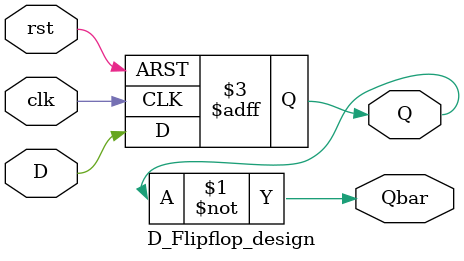
<source format=v>
`timescale 1ns / 1ps


module D_Flipflop_design(
    input D,
    input clk,
    input rst,
    output reg Q,
    output Qbar);
    
    assign Qbar = ~Q;
        always @(posedge clk or posedge rst) begin
            if (rst)
                Q <= 0;
            else
                Q <= D;
        end
endmodule

</source>
